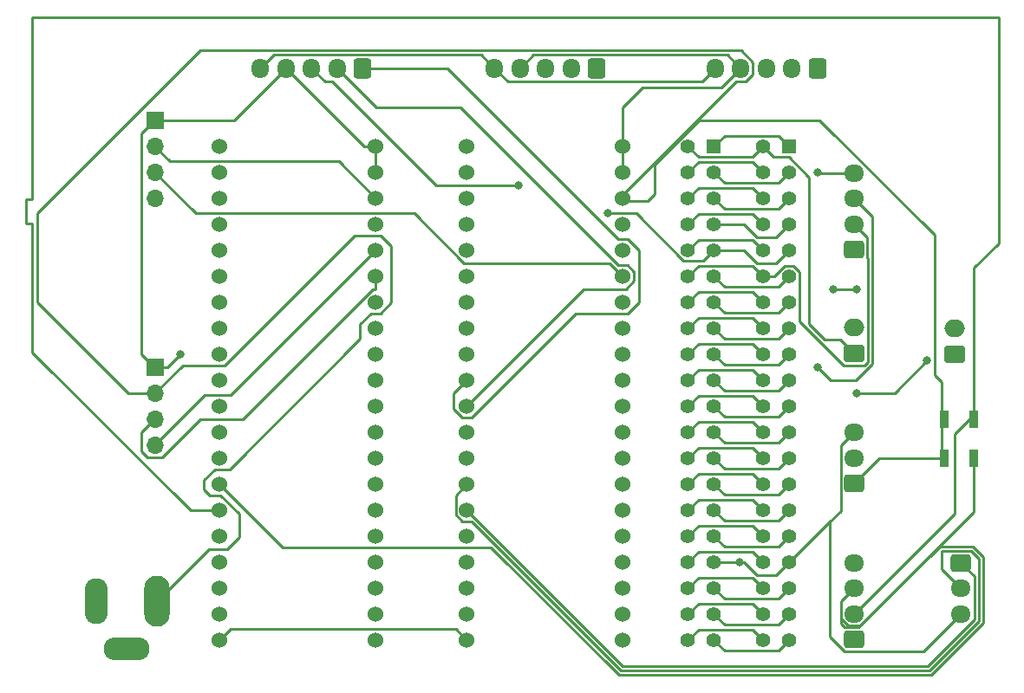
<source format=gbr>
%TF.GenerationSoftware,KiCad,Pcbnew,7.0.5*%
%TF.CreationDate,2023-12-19T10:50:23-08:00*%
%TF.ProjectId,Pi1_PiHat,5069315f-5069-4486-9174-2e6b69636164,rev?*%
%TF.SameCoordinates,Original*%
%TF.FileFunction,Copper,L1,Top*%
%TF.FilePolarity,Positive*%
%FSLAX46Y46*%
G04 Gerber Fmt 4.6, Leading zero omitted, Abs format (unit mm)*
G04 Created by KiCad (PCBNEW 7.0.5) date 2023-12-19 10:50:23*
%MOMM*%
%LPD*%
G01*
G04 APERTURE LIST*
G04 Aperture macros list*
%AMRoundRect*
0 Rectangle with rounded corners*
0 $1 Rounding radius*
0 $2 $3 $4 $5 $6 $7 $8 $9 X,Y pos of 4 corners*
0 Add a 4 corners polygon primitive as box body*
4,1,4,$2,$3,$4,$5,$6,$7,$8,$9,$2,$3,0*
0 Add four circle primitives for the rounded corners*
1,1,$1+$1,$2,$3*
1,1,$1+$1,$4,$5*
1,1,$1+$1,$6,$7*
1,1,$1+$1,$8,$9*
0 Add four rect primitives between the rounded corners*
20,1,$1+$1,$2,$3,$4,$5,0*
20,1,$1+$1,$4,$5,$6,$7,0*
20,1,$1+$1,$6,$7,$8,$9,0*
20,1,$1+$1,$8,$9,$2,$3,0*%
G04 Aperture macros list end*
%TA.AperFunction,ComponentPad*%
%ADD10RoundRect,0.250000X0.725000X-0.600000X0.725000X0.600000X-0.725000X0.600000X-0.725000X-0.600000X0*%
%TD*%
%TA.AperFunction,ComponentPad*%
%ADD11O,1.950000X1.700000*%
%TD*%
%TA.AperFunction,ComponentPad*%
%ADD12C,1.398000*%
%TD*%
%TA.AperFunction,ComponentPad*%
%ADD13R,1.398000X1.398000*%
%TD*%
%TA.AperFunction,SMDPad,CuDef*%
%ADD14R,0.970000X1.730000*%
%TD*%
%TA.AperFunction,ComponentPad*%
%ADD15R,1.700000X1.700000*%
%TD*%
%TA.AperFunction,ComponentPad*%
%ADD16O,1.700000X1.700000*%
%TD*%
%TA.AperFunction,ComponentPad*%
%ADD17RoundRect,0.250000X0.750000X-0.600000X0.750000X0.600000X-0.750000X0.600000X-0.750000X-0.600000X0*%
%TD*%
%TA.AperFunction,ComponentPad*%
%ADD18O,2.000000X1.700000*%
%TD*%
%TA.AperFunction,ComponentPad*%
%ADD19RoundRect,0.250000X0.600000X0.725000X-0.600000X0.725000X-0.600000X-0.725000X0.600000X-0.725000X0*%
%TD*%
%TA.AperFunction,ComponentPad*%
%ADD20O,1.700000X1.950000*%
%TD*%
%TA.AperFunction,ComponentPad*%
%ADD21RoundRect,0.250000X-0.725000X0.600000X-0.725000X-0.600000X0.725000X-0.600000X0.725000X0.600000X0*%
%TD*%
%TA.AperFunction,ComponentPad*%
%ADD22C,1.524000*%
%TD*%
%TA.AperFunction,ComponentPad*%
%ADD23O,2.500000X5.000000*%
%TD*%
%TA.AperFunction,ComponentPad*%
%ADD24O,2.250000X4.500000*%
%TD*%
%TA.AperFunction,ComponentPad*%
%ADD25O,4.500000X2.250000*%
%TD*%
%TA.AperFunction,ViaPad*%
%ADD26C,0.800000*%
%TD*%
%TA.AperFunction,Conductor*%
%ADD27C,0.250000*%
%TD*%
G04 APERTURE END LIST*
D10*
%TO.P,AS5600JST1,1,Pin_1*%
%TO.N,Net-(AS5600JST1-Pin_1)*%
X191470000Y-119320000D03*
D11*
%TO.P,AS5600JST1,2,Pin_2*%
%TO.N,unconnected-(AS5600JST1-Pin_2-Pad2)*%
X191470000Y-116820000D03*
%TO.P,AS5600JST1,3,Pin_3*%
%TO.N,Net-(AS5600JST1-Pin_3)*%
X191470000Y-114320000D03*
%TD*%
D12*
%TO.P,J1,1,Pin_1*%
%TO.N,Net-(J1-Pin_1)*%
X182615000Y-86360000D03*
D13*
%TO.P,J1,2,Pin_2*%
%TO.N,Net-(J1-Pin_2)*%
X185155000Y-86360000D03*
D12*
%TO.P,J1,3,Pin_3*%
%TO.N,Net-(J1-Pin_3)*%
X182615000Y-88900000D03*
%TO.P,J1,4,Pin_4*%
%TO.N,Net-(J1-Pin_4)*%
X185155000Y-88900000D03*
%TO.P,J1,5,Pin_5*%
%TO.N,Net-(J1-Pin_5)*%
X182615000Y-91440000D03*
%TO.P,J1,6,Pin_6*%
%TO.N,Net-(J1-Pin_6)*%
X185155000Y-91440000D03*
%TO.P,J1,7,Pin_7*%
%TO.N,Net-(J1-Pin_7)*%
X182615000Y-93980000D03*
%TO.P,J1,8,Pin_8*%
%TO.N,Net-(J1-Pin_8)*%
X185155000Y-93980000D03*
%TO.P,J1,9,Pin_9*%
%TO.N,Net-(J1-Pin_9)*%
X182615000Y-96520000D03*
%TO.P,J1,10,Pin_10*%
%TO.N,Net-(J1-Pin_10)*%
X185155000Y-96520000D03*
%TO.P,J1,11,Pin_11*%
%TO.N,Net-(J1-Pin_11)*%
X182615000Y-99060000D03*
%TO.P,J1,12,Pin_12*%
%TO.N,Net-(J1-Pin_12)*%
X185155000Y-99060000D03*
%TO.P,J1,13,Pin_13*%
%TO.N,Net-(J1-Pin_13)*%
X182615000Y-101600000D03*
%TO.P,J1,14,Pin_14*%
%TO.N,Net-(J1-Pin_14)*%
X185155000Y-101600000D03*
%TO.P,J1,15,Pin_15*%
%TO.N,Net-(J1-Pin_15)*%
X182615000Y-104140000D03*
%TO.P,J1,16,Pin_16*%
%TO.N,Net-(J1-Pin_16)*%
X185155000Y-104140000D03*
%TO.P,J1,17,Pin_17*%
%TO.N,Net-(J1-Pin_17)*%
X182615000Y-106680000D03*
%TO.P,J1,18,Pin_18*%
%TO.N,Net-(J1-Pin_18)*%
X185155000Y-106680000D03*
%TO.P,J1,19,Pin_19*%
%TO.N,Net-(J1-Pin_19)*%
X182615000Y-109220000D03*
%TO.P,J1,20,Pin_20*%
%TO.N,Net-(J1-Pin_20)*%
X185155000Y-109220000D03*
%TO.P,J1,21,Pin_21*%
%TO.N,Net-(J1-Pin_21)*%
X182615000Y-111760000D03*
%TO.P,J1,22,Pin_22*%
%TO.N,Net-(J1-Pin_22)*%
X185155000Y-111760000D03*
%TO.P,J1,23,Pin_23*%
%TO.N,Net-(J1-Pin_23)*%
X182615000Y-114300000D03*
%TO.P,J1,24,Pin_24*%
%TO.N,Net-(J1-Pin_24)*%
X185155000Y-114300000D03*
%TO.P,J1,25,Pin_25*%
%TO.N,Net-(J1-Pin_25)*%
X182615000Y-116840000D03*
%TO.P,J1,26,Pin_26*%
%TO.N,Net-(J1-Pin_26)*%
X185155000Y-116840000D03*
%TO.P,J1,27,Pin_27*%
%TO.N,Net-(J1-Pin_27)*%
X182615000Y-119380000D03*
%TO.P,J1,28,Pin_28*%
%TO.N,Net-(J1-Pin_28)*%
X185155000Y-119380000D03*
%TO.P,J1,29,Pin_29*%
%TO.N,Net-(J1-Pin_29)*%
X182615000Y-121920000D03*
%TO.P,J1,30,Pin_30*%
%TO.N,Net-(J1-Pin_30)*%
X185155000Y-121920000D03*
%TO.P,J1,31,Pin_31*%
%TO.N,Net-(J1-Pin_31)*%
X182615000Y-124460000D03*
%TO.P,J1,32,Pin_32*%
%TO.N,Net-(J1-Pin_32)*%
X185155000Y-124460000D03*
%TO.P,J1,33,Pin_33*%
%TO.N,Net-(J1-Pin_33)*%
X182615000Y-127000000D03*
%TO.P,J1,34,Pin_34*%
%TO.N,Net-(AS5600JST1-Pin_3)*%
X185155000Y-127000000D03*
%TO.P,J1,35,Pin_35*%
%TO.N,Net-(J1-Pin_35)*%
X182615000Y-129540000D03*
%TO.P,J1,36,Pin_36*%
%TO.N,Net-(J1-Pin_36)*%
X185155000Y-129540000D03*
%TO.P,J1,37,Pin_37*%
%TO.N,Net-(J1-Pin_37)*%
X182615000Y-132080000D03*
%TO.P,J1,38,Pin_38*%
%TO.N,Net-(J1-Pin_38)*%
X185155000Y-132080000D03*
%TO.P,J1,39,Pin_39*%
%TO.N,Net-(J1-Pin_39)*%
X182615000Y-134620000D03*
%TO.P,J1,40,Pin_40*%
%TO.N,Net-(J1-Pin_40)*%
X185155000Y-134620000D03*
%TD*%
D14*
%TO.P,SDA_Pull_Up1,1*%
%TO.N,Net-(AS5600JST1-Pin_1)*%
X200240000Y-116840000D03*
%TO.P,SDA_Pull_Up1,2*%
%TO.N,Net-(AS5600JST2-Pin_3)*%
X203200000Y-116840000D03*
%TD*%
D10*
%TO.P,ULTRASONIC1,1,Pin_1*%
%TO.N,Net-(J1-Pin_2)*%
X191470000Y-96460000D03*
D11*
%TO.P,ULTRASONIC1,2,Pin_2*%
%TO.N,Net-(J1-Pin_11)*%
X191470000Y-93960000D03*
%TO.P,ULTRASONIC1,3,Pin_3*%
%TO.N,Net-(J1-Pin_13)*%
X191470000Y-91460000D03*
%TO.P,ULTRASONIC1,4,Pin_4*%
%TO.N,Net-(J1-Pin_39)*%
X191470000Y-88960000D03*
%TD*%
D15*
%TO.P,MOTOR_BP_DISPLAY1,1,Pin_1*%
%TO.N,Net-(AS5600JST1-Pin_3)*%
X123215000Y-83830000D03*
D16*
%TO.P,MOTOR_BP_DISPLAY1,2,Pin_2*%
%TO.N,Net-(AS5600JST1-Pin_1)*%
X123215000Y-86370000D03*
%TO.P,MOTOR_BP_DISPLAY1,3,Pin_3*%
%TO.N,Net-(MOTOR_BP_DISPLAY1-Pin_3)*%
X123215000Y-88910000D03*
%TO.P,MOTOR_BP_DISPLAY1,4,Pin_4*%
%TO.N,Net-(MOTOR_BP_DISPLAY1-Pin_4)*%
X123215000Y-91450000D03*
%TD*%
D17*
%TO.P,LimitSwitch1,1,Pin_1*%
%TO.N,Net-(J1-Pin_1)*%
X191470000Y-106580000D03*
D18*
%TO.P,LimitSwitch1,2,Pin_2*%
%TO.N,Net-(J1-Pin_15)*%
X191470000Y-104080000D03*
%TD*%
D15*
%TO.P,AS5600REC_BP_Display1,1,Pin_1*%
%TO.N,Net-(AS5600JST1-Pin_3)*%
X123215000Y-107950000D03*
D16*
%TO.P,AS5600REC_BP_Display1,2,Pin_2*%
%TO.N,Net-(AS5600JST1-Pin_1)*%
X123215000Y-110490000D03*
%TO.P,AS5600REC_BP_Display1,3,Pin_3*%
%TO.N,Net-(AS5600REC_BP_Display1-Pin_3)*%
X123215000Y-113030000D03*
%TO.P,AS5600REC_BP_Display1,4,Pin_4*%
%TO.N,Net-(AS5600REC_BP_Display1-Pin_4)*%
X123215000Y-115570000D03*
%TD*%
D12*
%TO.P,J2,1,Pin_1*%
%TO.N,Net-(J1-Pin_1)*%
X175260000Y-86360000D03*
D13*
%TO.P,J2,2,Pin_2*%
%TO.N,Net-(J1-Pin_2)*%
X177800000Y-86360000D03*
D12*
%TO.P,J2,3,Pin_3*%
%TO.N,Net-(J1-Pin_3)*%
X175260000Y-88900000D03*
%TO.P,J2,4,Pin_4*%
%TO.N,Net-(J1-Pin_4)*%
X177800000Y-88900000D03*
%TO.P,J2,5,Pin_5*%
%TO.N,Net-(J1-Pin_5)*%
X175260000Y-91440000D03*
%TO.P,J2,6,Pin_6*%
%TO.N,Net-(J1-Pin_6)*%
X177800000Y-91440000D03*
%TO.P,J2,7,Pin_7*%
%TO.N,Net-(J1-Pin_7)*%
X175260000Y-93980000D03*
%TO.P,J2,8,Pin_8*%
%TO.N,Net-(J1-Pin_8)*%
X177800000Y-93980000D03*
%TO.P,J2,9,Pin_9*%
%TO.N,Net-(J1-Pin_9)*%
X175260000Y-96520000D03*
%TO.P,J2,10,Pin_10*%
%TO.N,Net-(J1-Pin_10)*%
X177800000Y-96520000D03*
%TO.P,J2,11,Pin_11*%
%TO.N,Net-(J1-Pin_11)*%
X175260000Y-99060000D03*
%TO.P,J2,12,Pin_12*%
%TO.N,Net-(J1-Pin_12)*%
X177800000Y-99060000D03*
%TO.P,J2,13,Pin_13*%
%TO.N,Net-(J1-Pin_13)*%
X175260000Y-101600000D03*
%TO.P,J2,14,Pin_14*%
%TO.N,Net-(J1-Pin_14)*%
X177800000Y-101600000D03*
%TO.P,J2,15,Pin_15*%
%TO.N,Net-(J1-Pin_15)*%
X175260000Y-104140000D03*
%TO.P,J2,16,Pin_16*%
%TO.N,Net-(J1-Pin_16)*%
X177800000Y-104140000D03*
%TO.P,J2,17,Pin_17*%
%TO.N,Net-(J1-Pin_17)*%
X175260000Y-106680000D03*
%TO.P,J2,18,Pin_18*%
%TO.N,Net-(J1-Pin_18)*%
X177800000Y-106680000D03*
%TO.P,J2,19,Pin_19*%
%TO.N,Net-(J1-Pin_19)*%
X175260000Y-109220000D03*
%TO.P,J2,20,Pin_20*%
%TO.N,Net-(J1-Pin_20)*%
X177800000Y-109220000D03*
%TO.P,J2,21,Pin_21*%
%TO.N,Net-(J1-Pin_21)*%
X175260000Y-111760000D03*
%TO.P,J2,22,Pin_22*%
%TO.N,Net-(J1-Pin_22)*%
X177800000Y-111760000D03*
%TO.P,J2,23,Pin_23*%
%TO.N,Net-(J1-Pin_23)*%
X175260000Y-114300000D03*
%TO.P,J2,24,Pin_24*%
%TO.N,Net-(J1-Pin_24)*%
X177800000Y-114300000D03*
%TO.P,J2,25,Pin_25*%
%TO.N,Net-(J1-Pin_25)*%
X175260000Y-116840000D03*
%TO.P,J2,26,Pin_26*%
%TO.N,Net-(J1-Pin_26)*%
X177800000Y-116840000D03*
%TO.P,J2,27,Pin_27*%
%TO.N,Net-(J1-Pin_27)*%
X175260000Y-119380000D03*
%TO.P,J2,28,Pin_28*%
%TO.N,Net-(J1-Pin_28)*%
X177800000Y-119380000D03*
%TO.P,J2,29,Pin_29*%
%TO.N,Net-(J1-Pin_29)*%
X175260000Y-121920000D03*
%TO.P,J2,30,Pin_30*%
%TO.N,Net-(J1-Pin_30)*%
X177800000Y-121920000D03*
%TO.P,J2,31,Pin_31*%
%TO.N,Net-(J1-Pin_31)*%
X175260000Y-124460000D03*
%TO.P,J2,32,Pin_32*%
%TO.N,Net-(J1-Pin_32)*%
X177800000Y-124460000D03*
%TO.P,J2,33,Pin_33*%
%TO.N,Net-(J1-Pin_33)*%
X175260000Y-127000000D03*
%TO.P,J2,34,Pin_34*%
%TO.N,Net-(AS5600JST1-Pin_3)*%
X177800000Y-127000000D03*
%TO.P,J2,35,Pin_35*%
%TO.N,Net-(J1-Pin_35)*%
X175260000Y-129540000D03*
%TO.P,J2,36,Pin_36*%
%TO.N,Net-(J1-Pin_36)*%
X177800000Y-129540000D03*
%TO.P,J2,37,Pin_37*%
%TO.N,Net-(J1-Pin_37)*%
X175260000Y-132080000D03*
%TO.P,J2,38,Pin_38*%
%TO.N,Net-(J1-Pin_38)*%
X177800000Y-132080000D03*
%TO.P,J2,39,Pin_39*%
%TO.N,Net-(J1-Pin_39)*%
X175260000Y-134620000D03*
%TO.P,J2,40,Pin_40*%
%TO.N,Net-(J1-Pin_40)*%
X177800000Y-134620000D03*
%TD*%
D19*
%TO.P,Pi3,1,Pin_1*%
%TO.N,Net-(Pi3-Pin_1)*%
X187920000Y-78740000D03*
D20*
%TO.P,Pi3,2,Pin_2*%
%TO.N,Net-(Pi3-Pin_2)*%
X185420000Y-78740000D03*
%TO.P,Pi3,3,Pin_3*%
%TO.N,Net-(J1-Pin_10)*%
X182920000Y-78740000D03*
%TO.P,Pi3,4,Pin_4*%
%TO.N,Net-(AS5600JST1-Pin_3)*%
X180420000Y-78740000D03*
%TO.P,Pi3,5,Pin_5*%
%TO.N,Net-(J1-Pin_15)*%
X177920000Y-78740000D03*
%TD*%
D21*
%TO.P,BP_TO_MOTOR1,1,Pin_1*%
%TO.N,Net-(BP_TO_MOTOR1-Pin_1)*%
X201930000Y-127080000D03*
D11*
%TO.P,BP_TO_MOTOR1,2,Pin_2*%
%TO.N,Net-(BP_TO_MOTOR1-Pin_2)*%
X201930000Y-129580000D03*
%TO.P,BP_TO_MOTOR1,3,Pin_3*%
%TO.N,Net-(AS5600JST1-Pin_3)*%
X201930000Y-132080000D03*
%TD*%
D19*
%TO.P,Pi4,1,Pin_1*%
%TO.N,Net-(Pi4-Pin_1)*%
X143510000Y-78740000D03*
D20*
%TO.P,Pi4,2,Pin_2*%
%TO.N,Net-(Pi4-Pin_2)*%
X141010000Y-78740000D03*
%TO.P,Pi4,3,Pin_3*%
%TO.N,Net-(J1-Pin_10)*%
X138510000Y-78740000D03*
%TO.P,Pi4,4,Pin_4*%
%TO.N,Net-(AS5600JST1-Pin_3)*%
X136010000Y-78740000D03*
%TO.P,Pi4,5,Pin_5*%
%TO.N,Net-(J1-Pin_15)*%
X133510000Y-78740000D03*
%TD*%
D22*
%TO.P,AS5600REC_BP1,3V3,3.3V*%
%TO.N,Net-(AS5600JST1-Pin_1)*%
X129540000Y-134620000D03*
X144780000Y-91440000D03*
%TO.P,AS5600REC_BP1,5V,5V*%
%TO.N,unconnected-(AS5600REC_BP1-Pad5V)*%
X129540000Y-129540000D03*
%TO.P,AS5600REC_BP1,GND,GND*%
%TO.N,Net-(AS5600JST1-Pin_3)*%
X129540000Y-132080000D03*
X144780000Y-86360000D03*
X144780000Y-88900000D03*
%TO.P,AS5600REC_BP1,NRST,RESET*%
%TO.N,unconnected-(AS5600REC_BP1-RESET-PadNRST)*%
X144780000Y-93980000D03*
%TO.P,AS5600REC_BP1,PA0,PA0*%
%TO.N,unconnected-(AS5600REC_BP1-PadPA0)*%
X144780000Y-124460000D03*
%TO.P,AS5600REC_BP1,PA1,20*%
%TO.N,unconnected-(AS5600REC_BP1-20-PadPA1)*%
X144780000Y-121920000D03*
%TO.P,AS5600REC_BP1,PA2,PA2*%
%TO.N,unconnected-(AS5600REC_BP1-PadPA2)*%
X144780000Y-119380000D03*
%TO.P,AS5600REC_BP1,PA3,PA3*%
%TO.N,unconnected-(AS5600REC_BP1-PadPA3)*%
X144780000Y-116840000D03*
%TO.P,AS5600REC_BP1,PA4,PA4*%
%TO.N,unconnected-(AS5600REC_BP1-PadPA4)*%
X144780000Y-114300000D03*
%TO.P,AS5600REC_BP1,PA5,PA5*%
%TO.N,unconnected-(AS5600REC_BP1-PadPA5)*%
X144780000Y-111760000D03*
%TO.P,AS5600REC_BP1,PA6,PA6*%
%TO.N,unconnected-(AS5600REC_BP1-PadPA6)*%
X144780000Y-109220000D03*
%TO.P,AS5600REC_BP1,PA7,PA7*%
%TO.N,unconnected-(AS5600REC_BP1-PadPA7)*%
X144780000Y-106680000D03*
%TO.P,AS5600REC_BP1,PA8,PA8*%
%TO.N,unconnected-(AS5600REC_BP1-PadPA8)*%
X129540000Y-96520000D03*
%TO.P,AS5600REC_BP1,PA9,PA9*%
%TO.N,Net-(J1-Pin_10)*%
X129540000Y-99060000D03*
%TO.P,AS5600REC_BP1,PA10,PA10*%
%TO.N,unconnected-(AS5600REC_BP1-PadPA10)*%
X129540000Y-101600000D03*
%TO.P,AS5600REC_BP1,PA11,PA11*%
%TO.N,unconnected-(AS5600REC_BP1-PadPA11)*%
X129540000Y-104140000D03*
%TO.P,AS5600REC_BP1,PA12,PA12*%
%TO.N,unconnected-(AS5600REC_BP1-PadPA12)*%
X129540000Y-106680000D03*
%TO.P,AS5600REC_BP1,PA15,PA15*%
%TO.N,unconnected-(AS5600REC_BP1-PadPA15)*%
X129540000Y-109220000D03*
%TO.P,AS5600REC_BP1,PB0,PB0*%
%TO.N,unconnected-(AS5600REC_BP1-PadPB0)*%
X144780000Y-104140000D03*
%TO.P,AS5600REC_BP1,PB1,PB1*%
%TO.N,unconnected-(AS5600REC_BP1-PadPB1)*%
X144780000Y-101600000D03*
%TO.P,AS5600REC_BP1,PB3,PB3*%
%TO.N,unconnected-(AS5600REC_BP1-PadPB3)*%
X129540000Y-111760000D03*
%TO.P,AS5600REC_BP1,PB4,PB4*%
%TO.N,unconnected-(AS5600REC_BP1-PadPB4)*%
X129540000Y-114300000D03*
%TO.P,AS5600REC_BP1,PB5,PB5*%
%TO.N,unconnected-(AS5600REC_BP1-PadPB5)*%
X129540000Y-116840000D03*
%TO.P,AS5600REC_BP1,PB6,PB6*%
%TO.N,Net-(AS5600JST2-Pin_3)*%
X129540000Y-119380000D03*
%TO.P,AS5600REC_BP1,PB7,PB7*%
%TO.N,Net-(AS5600JST2-Pin_2)*%
X129540000Y-121920000D03*
%TO.P,AS5600REC_BP1,PB8,PB8*%
%TO.N,unconnected-(AS5600REC_BP1-PadPB8)*%
X129540000Y-124460000D03*
%TO.P,AS5600REC_BP1,PB9,PB9*%
%TO.N,unconnected-(AS5600REC_BP1-PadPB9)*%
X129540000Y-127000000D03*
%TO.P,AS5600REC_BP1,PB10,PB10*%
%TO.N,Net-(AS5600REC_BP_Display1-Pin_3)*%
X144780000Y-99060000D03*
%TO.P,AS5600REC_BP1,PB11,PB11*%
%TO.N,Net-(AS5600REC_BP_Display1-Pin_4)*%
X144780000Y-96520000D03*
%TO.P,AS5600REC_BP1,PB12,PB12*%
%TO.N,unconnected-(AS5600REC_BP1-PadPB12)*%
X129540000Y-86360000D03*
%TO.P,AS5600REC_BP1,PB13,PB13*%
%TO.N,unconnected-(AS5600REC_BP1-PadPB13)*%
X129540000Y-88900000D03*
%TO.P,AS5600REC_BP1,PB14,PB14*%
%TO.N,unconnected-(AS5600REC_BP1-PadPB14)*%
X129540000Y-91440000D03*
%TO.P,AS5600REC_BP1,PB15,PB15*%
%TO.N,unconnected-(AS5600REC_BP1-PadPB15)*%
X129540000Y-93980000D03*
%TO.P,AS5600REC_BP1,PC13,PC13*%
%TO.N,unconnected-(AS5600REC_BP1-PadPC13)*%
X144780000Y-132080000D03*
%TO.P,AS5600REC_BP1,PC14,PC14*%
%TO.N,unconnected-(AS5600REC_BP1-PadPC14)*%
X144780000Y-129540000D03*
%TO.P,AS5600REC_BP1,PC15,PC15*%
%TO.N,unconnected-(AS5600REC_BP1-PadPC15)*%
X144780000Y-127000000D03*
%TO.P,AS5600REC_BP1,VBAT,Vbat*%
%TO.N,unconnected-(AS5600REC_BP1-Vbat-PadVBAT)*%
X144780000Y-134620000D03*
%TD*%
D14*
%TO.P,SCL_Pull_Up1,1*%
%TO.N,Net-(AS5600JST1-Pin_1)*%
X200240000Y-113030000D03*
%TO.P,SCL_Pull_Up1,2*%
%TO.N,Net-(AS5600JST2-Pin_2)*%
X203200000Y-113030000D03*
%TD*%
D17*
%TO.P,LimitSwitch2,1,Pin_1*%
%TO.N,Net-(J1-Pin_1)*%
X201295000Y-106680000D03*
D18*
%TO.P,LimitSwitch2,2,Pin_2*%
%TO.N,Net-(J1-Pin_15)*%
X201295000Y-104180000D03*
%TD*%
D23*
%TO.P,BP_POWER1,1*%
%TO.N,Net-(AS5600JST1-Pin_1)*%
X123444000Y-130810000D03*
D24*
%TO.P,BP_POWER1,2*%
%TO.N,Net-(AS5600JST1-Pin_3)*%
X117444000Y-130810000D03*
D25*
%TO.P,BP_POWER1,3*%
%TO.N,unconnected-(BP_POWER1-Pad3)*%
X120444000Y-135510000D03*
%TD*%
D22*
%TO.P,MOTOR_BP1,3V3,3.3V*%
%TO.N,Net-(AS5600JST1-Pin_1)*%
X153670000Y-134620000D03*
X168910000Y-91440000D03*
%TO.P,MOTOR_BP1,5V,5V*%
%TO.N,unconnected-(MOTOR_BP1-Pad5V)*%
X153670000Y-129540000D03*
%TO.P,MOTOR_BP1,GND,GND*%
%TO.N,Net-(AS5600JST1-Pin_3)*%
X153670000Y-132080000D03*
X168910000Y-86360000D03*
X168910000Y-88900000D03*
%TO.P,MOTOR_BP1,NRST,RESET*%
%TO.N,unconnected-(MOTOR_BP1-RESET-PadNRST)*%
X168910000Y-93980000D03*
%TO.P,MOTOR_BP1,PA0,PA0*%
%TO.N,unconnected-(MOTOR_BP1-PadPA0)*%
X168910000Y-124460000D03*
%TO.P,MOTOR_BP1,PA1,20*%
%TO.N,unconnected-(MOTOR_BP1-20-PadPA1)*%
X168910000Y-121920000D03*
%TO.P,MOTOR_BP1,PA2,PA2*%
%TO.N,unconnected-(MOTOR_BP1-PadPA2)*%
X168910000Y-119380000D03*
%TO.P,MOTOR_BP1,PA3,PA3*%
%TO.N,unconnected-(MOTOR_BP1-PadPA3)*%
X168910000Y-116840000D03*
%TO.P,MOTOR_BP1,PA4,PA4*%
%TO.N,unconnected-(MOTOR_BP1-PadPA4)*%
X168910000Y-114300000D03*
%TO.P,MOTOR_BP1,PA5,PA5*%
%TO.N,unconnected-(MOTOR_BP1-PadPA5)*%
X168910000Y-111760000D03*
%TO.P,MOTOR_BP1,PA6,PA6*%
%TO.N,unconnected-(MOTOR_BP1-PadPA6)*%
X168910000Y-109220000D03*
%TO.P,MOTOR_BP1,PA7,PA7*%
%TO.N,unconnected-(MOTOR_BP1-PadPA7)*%
X168910000Y-106680000D03*
%TO.P,MOTOR_BP1,PA8,PA8*%
%TO.N,Net-(Pi2-Pin_1)*%
X153670000Y-96520000D03*
%TO.P,MOTOR_BP1,PA9,PA9*%
%TO.N,unconnected-(MOTOR_BP1-PadPA9)*%
X153670000Y-99060000D03*
%TO.P,MOTOR_BP1,PA10,PA10*%
%TO.N,Net-(Pi3-Pin_1)*%
X153670000Y-101600000D03*
%TO.P,MOTOR_BP1,PA11,PA11*%
%TO.N,Net-(Pi3-Pin_2)*%
X153670000Y-104140000D03*
%TO.P,MOTOR_BP1,PA12,PA12*%
%TO.N,unconnected-(MOTOR_BP1-PadPA12)*%
X153670000Y-106680000D03*
%TO.P,MOTOR_BP1,PA15,PA15*%
%TO.N,Net-(Pi4-Pin_1)*%
X153670000Y-109220000D03*
%TO.P,MOTOR_BP1,PB0,PB0*%
%TO.N,unconnected-(MOTOR_BP1-PadPB0)*%
X168910000Y-104140000D03*
%TO.P,MOTOR_BP1,PB1,PB1*%
%TO.N,unconnected-(MOTOR_BP1-PadPB1)*%
X168910000Y-101600000D03*
%TO.P,MOTOR_BP1,PB3,PB3*%
%TO.N,Net-(Pi4-Pin_2)*%
X153670000Y-111760000D03*
%TO.P,MOTOR_BP1,PB4,PB4*%
%TO.N,unconnected-(MOTOR_BP1-PadPB4)*%
X153670000Y-114300000D03*
%TO.P,MOTOR_BP1,PB5,PB5*%
%TO.N,unconnected-(MOTOR_BP1-PadPB5)*%
X153670000Y-116840000D03*
%TO.P,MOTOR_BP1,PB6,PB6*%
%TO.N,Net-(BP_TO_MOTOR1-Pin_2)*%
X153670000Y-119380000D03*
%TO.P,MOTOR_BP1,PB7,PB7*%
%TO.N,Net-(BP_TO_MOTOR1-Pin_1)*%
X153670000Y-121920000D03*
%TO.P,MOTOR_BP1,PB8,PB8*%
%TO.N,unconnected-(MOTOR_BP1-PadPB8)*%
X153670000Y-124460000D03*
%TO.P,MOTOR_BP1,PB9,PB9*%
%TO.N,unconnected-(MOTOR_BP1-PadPB9)*%
X153670000Y-127000000D03*
%TO.P,MOTOR_BP1,PB10,PB10*%
%TO.N,Net-(MOTOR_BP_DISPLAY1-Pin_3)*%
X168910000Y-99060000D03*
%TO.P,MOTOR_BP1,PB11,PB11*%
%TO.N,Net-(MOTOR_BP_DISPLAY1-Pin_4)*%
X168910000Y-96520000D03*
%TO.P,MOTOR_BP1,PB12,PB12*%
%TO.N,Net-(J1-Pin_32)*%
X153670000Y-86360000D03*
%TO.P,MOTOR_BP1,PB13,PB13*%
%TO.N,Net-(J1-Pin_36)*%
X153670000Y-88900000D03*
%TO.P,MOTOR_BP1,PB14,PB14*%
%TO.N,unconnected-(MOTOR_BP1-PadPB14)*%
X153670000Y-91440000D03*
%TO.P,MOTOR_BP1,PB15,PB15*%
%TO.N,Net-(Pi2-Pin_2)*%
X153670000Y-93980000D03*
%TO.P,MOTOR_BP1,PC13,PC13*%
%TO.N,unconnected-(MOTOR_BP1-PadPC13)*%
X168910000Y-132080000D03*
%TO.P,MOTOR_BP1,PC14,PC14*%
%TO.N,unconnected-(MOTOR_BP1-PadPC14)*%
X168910000Y-129540000D03*
%TO.P,MOTOR_BP1,PC15,PC15*%
%TO.N,unconnected-(MOTOR_BP1-PadPC15)*%
X168910000Y-127000000D03*
%TO.P,MOTOR_BP1,VBAT,Vbat*%
%TO.N,unconnected-(MOTOR_BP1-Vbat-PadVBAT)*%
X168910000Y-134620000D03*
%TD*%
D19*
%TO.P,Pi2,1,Pin_1*%
%TO.N,Net-(Pi2-Pin_1)*%
X166370000Y-78740000D03*
D20*
%TO.P,Pi2,2,Pin_2*%
%TO.N,Net-(Pi2-Pin_2)*%
X163870000Y-78740000D03*
%TO.P,Pi2,3,Pin_3*%
%TO.N,Net-(J1-Pin_10)*%
X161370000Y-78740000D03*
%TO.P,Pi2,4,Pin_4*%
%TO.N,Net-(AS5600JST1-Pin_3)*%
X158870000Y-78740000D03*
%TO.P,Pi2,5,Pin_5*%
%TO.N,Net-(J1-Pin_15)*%
X156370000Y-78740000D03*
%TD*%
D10*
%TO.P,AS5600JST2,1,Pin_1*%
%TO.N,unconnected-(AS5600JST2-Pin_1-Pad1)*%
X191470000Y-134560000D03*
D11*
%TO.P,AS5600JST2,2,Pin_2*%
%TO.N,Net-(AS5600JST2-Pin_2)*%
X191470000Y-132060000D03*
%TO.P,AS5600JST2,3,Pin_3*%
%TO.N,Net-(AS5600JST2-Pin_3)*%
X191470000Y-129560000D03*
%TO.P,AS5600JST2,4,Pin_4*%
%TO.N,unconnected-(AS5600JST2-Pin_4-Pad4)*%
X191470000Y-127060000D03*
%TD*%
D26*
%TO.N,Net-(J1-Pin_1)*%
X198610500Y-107315000D03*
X191770000Y-110490000D03*
%TO.N,Net-(J1-Pin_2)*%
X191770000Y-100330000D03*
X189409500Y-100330000D03*
%TO.N,Net-(J1-Pin_10)*%
X158750000Y-90170000D03*
X167446075Y-92903924D03*
%TO.N,Net-(J1-Pin_13)*%
X187960000Y-107950000D03*
%TO.N,Net-(J1-Pin_39)*%
X187960000Y-88900000D03*
%TO.N,Net-(AS5600JST1-Pin_3)*%
X180340000Y-127000000D03*
X125730000Y-106680000D03*
%TD*%
D27*
%TO.N,Net-(J1-Pin_1)*%
X195435500Y-110490000D02*
X198610500Y-107315000D01*
X183639000Y-87384000D02*
X182615000Y-86360000D01*
X185087155Y-87384000D02*
X183639000Y-87384000D01*
X191770000Y-110490000D02*
X195435500Y-110490000D01*
X181591000Y-87384000D02*
X182615000Y-86360000D01*
X188618223Y-105255000D02*
X190145000Y-105255000D01*
X191470000Y-106580000D02*
X190145000Y-105255000D01*
X187096612Y-89393457D02*
X187096612Y-103733389D01*
X175260000Y-86360000D02*
X176284000Y-87384000D01*
X176284000Y-87384000D02*
X181591000Y-87384000D01*
X185087155Y-87384000D02*
X187096612Y-89393457D01*
X187096612Y-103733389D02*
X188618223Y-105255000D01*
%TO.N,Net-(J1-Pin_2)*%
X178824000Y-85336000D02*
X184131000Y-85336000D01*
X177800000Y-86360000D02*
X178824000Y-85336000D01*
X189409500Y-100330000D02*
X191770000Y-100330000D01*
X184131000Y-85336000D02*
X185155000Y-86360000D01*
%TO.N,Net-(J1-Pin_3)*%
X176284000Y-87876000D02*
X181591000Y-87876000D01*
X175260000Y-88900000D02*
X176284000Y-87876000D01*
X181591000Y-87876000D02*
X182615000Y-88900000D01*
%TO.N,Net-(J1-Pin_4)*%
X177800000Y-88900000D02*
X178824000Y-89924000D01*
X184131000Y-89924000D02*
X185155000Y-88900000D01*
X178824000Y-89924000D02*
X184131000Y-89924000D01*
%TO.N,Net-(J1-Pin_5)*%
X176284000Y-90416000D02*
X181591000Y-90416000D01*
X175260000Y-91440000D02*
X176284000Y-90416000D01*
X181591000Y-90416000D02*
X182615000Y-91440000D01*
%TO.N,Net-(J1-Pin_6)*%
X184131000Y-92464000D02*
X185155000Y-91440000D01*
X178824000Y-92464000D02*
X184131000Y-92464000D01*
X177800000Y-91440000D02*
X178824000Y-92464000D01*
%TO.N,Net-(J1-Pin_7)*%
X175260000Y-93980000D02*
X176284000Y-92956000D01*
X181591000Y-92956000D02*
X182615000Y-93980000D01*
X176284000Y-92956000D02*
X181591000Y-92956000D01*
%TO.N,Net-(J1-Pin_8)*%
X183885000Y-95250000D02*
X185155000Y-93980000D01*
X180711396Y-93980000D02*
X181981396Y-95250000D01*
X177800000Y-93980000D02*
X180711396Y-93980000D01*
X181981396Y-95250000D02*
X183885000Y-95250000D01*
%TO.N,Net-(J1-Pin_9)*%
X175260000Y-96520000D02*
X176284000Y-95496000D01*
X176284000Y-95496000D02*
X181591000Y-95496000D01*
X181591000Y-95496000D02*
X182615000Y-96520000D01*
%TO.N,Net-(J1-Pin_10)*%
X181981396Y-97790000D02*
X183885000Y-97790000D01*
X177800000Y-96520000D02*
X180711396Y-96520000D01*
X183885000Y-97790000D02*
X185155000Y-96520000D01*
X150653299Y-90170000D02*
X158750000Y-90170000D01*
X167446075Y-92903924D02*
X167456999Y-92893000D01*
X170184845Y-92893000D02*
X174835845Y-97544000D01*
X167456999Y-92893000D02*
X170184845Y-92893000D01*
X140523299Y-80040000D02*
X150653299Y-90170000D01*
X180711396Y-96520000D02*
X181981396Y-97790000D01*
X139810000Y-80040000D02*
X140523299Y-80040000D01*
X176776000Y-97544000D02*
X177800000Y-96520000D01*
X174835845Y-97544000D02*
X176776000Y-97544000D01*
X138510000Y-78740000D02*
X139810000Y-80040000D01*
%TO.N,Net-(J1-Pin_11)*%
X181591000Y-98036000D02*
X182615000Y-99060000D01*
X176284000Y-98036000D02*
X181591000Y-98036000D01*
X192770000Y-95260000D02*
X192770000Y-97298173D01*
X192795000Y-107418173D02*
X192458173Y-107755000D01*
X192795000Y-97323173D02*
X192795000Y-107418173D01*
X192458173Y-107755000D02*
X190481827Y-107755000D01*
X184730845Y-98036000D02*
X183706845Y-99060000D01*
X186179000Y-98635845D02*
X185579155Y-98036000D01*
X175260000Y-99060000D02*
X176284000Y-98036000D01*
X192770000Y-97298173D02*
X192795000Y-97323173D01*
X183706845Y-99060000D02*
X182615000Y-99060000D01*
X190481827Y-107755000D02*
X186179000Y-103452173D01*
X185579155Y-98036000D02*
X184730845Y-98036000D01*
X191470000Y-93960000D02*
X192770000Y-95260000D01*
X186179000Y-103452173D02*
X186179000Y-98635845D01*
%TO.N,Net-(J1-Pin_12)*%
X184131000Y-100084000D02*
X185155000Y-99060000D01*
X177800000Y-99060000D02*
X178824000Y-100084000D01*
X178824000Y-100084000D02*
X184131000Y-100084000D01*
%TO.N,Net-(J1-Pin_13)*%
X191470000Y-91460000D02*
X193245000Y-93235000D01*
X191629569Y-109220000D02*
X189230000Y-109220000D01*
X176284000Y-100576000D02*
X181591000Y-100576000D01*
X175260000Y-101600000D02*
X176284000Y-100576000D01*
X193245000Y-93235000D02*
X193245000Y-107604569D01*
X189230000Y-109220000D02*
X187960000Y-107950000D01*
X181591000Y-100576000D02*
X182615000Y-101600000D01*
X193245000Y-107604569D02*
X191629569Y-109220000D01*
%TO.N,Net-(J1-Pin_14)*%
X177800000Y-101600000D02*
X178824000Y-102624000D01*
X184131000Y-102624000D02*
X185155000Y-101600000D01*
X178824000Y-102624000D02*
X184131000Y-102624000D01*
%TO.N,Net-(J1-Pin_15)*%
X176284000Y-103116000D02*
X181591000Y-103116000D01*
X157670000Y-80040000D02*
X176620000Y-80040000D01*
X133510000Y-78740000D02*
X134810000Y-77440000D01*
X156370000Y-78740000D02*
X157670000Y-80040000D01*
X181591000Y-103116000D02*
X182615000Y-104140000D01*
X176620000Y-80040000D02*
X177920000Y-78740000D01*
X155070000Y-77440000D02*
X156370000Y-78740000D01*
X175260000Y-104140000D02*
X176284000Y-103116000D01*
X134810000Y-77440000D02*
X155070000Y-77440000D01*
%TO.N,Net-(J1-Pin_16)*%
X178824000Y-105164000D02*
X184131000Y-105164000D01*
X184131000Y-105164000D02*
X185155000Y-104140000D01*
X177800000Y-104140000D02*
X178824000Y-105164000D01*
%TO.N,Net-(J1-Pin_17)*%
X181591000Y-105656000D02*
X182615000Y-106680000D01*
X175260000Y-106680000D02*
X176284000Y-105656000D01*
X176284000Y-105656000D02*
X181591000Y-105656000D01*
%TO.N,Net-(J1-Pin_18)*%
X178824000Y-107704000D02*
X184131000Y-107704000D01*
X177800000Y-106680000D02*
X178824000Y-107704000D01*
X184131000Y-107704000D02*
X185155000Y-106680000D01*
%TO.N,Net-(J1-Pin_19)*%
X175260000Y-109220000D02*
X176284000Y-108196000D01*
X181591000Y-108196000D02*
X182615000Y-109220000D01*
X176284000Y-108196000D02*
X181591000Y-108196000D01*
%TO.N,Net-(J1-Pin_20)*%
X177800000Y-109220000D02*
X178824000Y-110244000D01*
X178824000Y-110244000D02*
X184131000Y-110244000D01*
X184131000Y-110244000D02*
X185155000Y-109220000D01*
%TO.N,Net-(J1-Pin_21)*%
X176284000Y-110736000D02*
X181591000Y-110736000D01*
X181591000Y-110736000D02*
X182615000Y-111760000D01*
X175260000Y-111760000D02*
X176284000Y-110736000D01*
%TO.N,Net-(J1-Pin_22)*%
X178824000Y-112784000D02*
X184131000Y-112784000D01*
X184131000Y-112784000D02*
X185155000Y-111760000D01*
X177800000Y-111760000D02*
X178824000Y-112784000D01*
%TO.N,Net-(J1-Pin_23)*%
X181591000Y-113276000D02*
X182615000Y-114300000D01*
X175260000Y-114300000D02*
X176284000Y-113276000D01*
X176284000Y-113276000D02*
X181591000Y-113276000D01*
%TO.N,Net-(J1-Pin_24)*%
X177800000Y-114300000D02*
X178824000Y-115324000D01*
X178824000Y-115324000D02*
X184131000Y-115324000D01*
X184131000Y-115324000D02*
X185155000Y-114300000D01*
%TO.N,Net-(J1-Pin_25)*%
X181591000Y-115816000D02*
X182615000Y-116840000D01*
X176284000Y-115816000D02*
X181591000Y-115816000D01*
X175260000Y-116840000D02*
X176284000Y-115816000D01*
%TO.N,Net-(J1-Pin_26)*%
X177800000Y-116840000D02*
X178824000Y-117864000D01*
X178824000Y-117864000D02*
X184131000Y-117864000D01*
X184131000Y-117864000D02*
X185155000Y-116840000D01*
%TO.N,Net-(J1-Pin_27)*%
X175260000Y-119380000D02*
X176284000Y-118356000D01*
X176284000Y-118356000D02*
X181591000Y-118356000D01*
X181591000Y-118356000D02*
X182615000Y-119380000D01*
%TO.N,Net-(J1-Pin_28)*%
X178824000Y-120404000D02*
X184131000Y-120404000D01*
X184131000Y-120404000D02*
X185155000Y-119380000D01*
X177800000Y-119380000D02*
X178824000Y-120404000D01*
%TO.N,Net-(J1-Pin_29)*%
X181591000Y-120896000D02*
X182615000Y-121920000D01*
X176284000Y-120896000D02*
X181591000Y-120896000D01*
X175260000Y-121920000D02*
X176284000Y-120896000D01*
%TO.N,Net-(J1-Pin_30)*%
X184131000Y-122944000D02*
X185155000Y-121920000D01*
X177800000Y-121920000D02*
X178824000Y-122944000D01*
X178824000Y-122944000D02*
X184131000Y-122944000D01*
%TO.N,Net-(J1-Pin_31)*%
X181591000Y-123436000D02*
X182615000Y-124460000D01*
X176284000Y-123436000D02*
X181591000Y-123436000D01*
X175260000Y-124460000D02*
X176284000Y-123436000D01*
%TO.N,Net-(J1-Pin_32)*%
X178824000Y-125484000D02*
X184131000Y-125484000D01*
X184131000Y-125484000D02*
X185155000Y-124460000D01*
X177800000Y-124460000D02*
X178824000Y-125484000D01*
%TO.N,Net-(J1-Pin_33)*%
X176284000Y-125976000D02*
X181591000Y-125976000D01*
X181591000Y-125976000D02*
X182615000Y-127000000D01*
X175260000Y-127000000D02*
X176284000Y-125976000D01*
%TO.N,Net-(J1-Pin_35)*%
X175260000Y-129540000D02*
X176284000Y-128516000D01*
X176284000Y-128516000D02*
X181591000Y-128516000D01*
X181591000Y-128516000D02*
X182615000Y-129540000D01*
%TO.N,Net-(J1-Pin_36)*%
X184131000Y-130564000D02*
X185155000Y-129540000D01*
X178824000Y-130564000D02*
X184131000Y-130564000D01*
X177800000Y-129540000D02*
X178824000Y-130564000D01*
%TO.N,Net-(J1-Pin_37)*%
X175260000Y-132080000D02*
X176284000Y-131056000D01*
X176284000Y-131056000D02*
X181591000Y-131056000D01*
X181591000Y-131056000D02*
X182615000Y-132080000D01*
%TO.N,Net-(J1-Pin_38)*%
X178824000Y-133104000D02*
X184131000Y-133104000D01*
X177800000Y-132080000D02*
X178824000Y-133104000D01*
X184131000Y-133104000D02*
X185155000Y-132080000D01*
%TO.N,Net-(J1-Pin_39)*%
X175260000Y-134620000D02*
X176284000Y-133596000D01*
X176284000Y-133596000D02*
X181591000Y-133596000D01*
X181591000Y-133596000D02*
X182615000Y-134620000D01*
X188020000Y-88960000D02*
X187960000Y-88900000D01*
X191470000Y-88960000D02*
X188020000Y-88960000D01*
%TO.N,Net-(J1-Pin_40)*%
X177800000Y-134620000D02*
X178824000Y-135644000D01*
X178824000Y-135644000D02*
X184131000Y-135644000D01*
X184131000Y-135644000D02*
X185155000Y-134620000D01*
%TO.N,Net-(AS5600JST1-Pin_1)*%
X181595000Y-79351701D02*
X180906701Y-80040000D01*
X176351845Y-83820000D02*
X171990000Y-88181845D01*
X171990000Y-91026701D02*
X171301701Y-91715000D01*
X188116701Y-83820000D02*
X176351845Y-83820000D01*
X180906701Y-80040000D02*
X179933299Y-80040000D01*
X120650000Y-110490000D02*
X111760000Y-101600000D01*
X130627000Y-133533000D02*
X152583000Y-133533000D01*
X129540000Y-134620000D02*
X130627000Y-133533000D01*
X168533299Y-91440000D02*
X168910000Y-91440000D01*
X200025000Y-109435000D02*
X199335000Y-108745000D01*
X128016000Y-119000749D02*
X129089749Y-117927000D01*
X169185000Y-91715000D02*
X168910000Y-91440000D01*
X179933299Y-80040000D02*
X168533299Y-91440000D01*
X128524000Y-125730000D02*
X130302000Y-125730000D01*
X129990251Y-107767000D02*
X125913000Y-107767000D01*
X131445000Y-122287749D02*
X129624251Y-120467000D01*
X128595000Y-120467000D02*
X128016000Y-119888000D01*
X141153000Y-87813000D02*
X144780000Y-91440000D01*
X200025000Y-116625000D02*
X200025000Y-109435000D01*
X146304000Y-101613251D02*
X146304000Y-96140749D01*
X123190000Y-110490000D02*
X120650000Y-110490000D01*
X111760000Y-101600000D02*
X111760000Y-92900000D01*
X191470000Y-119320000D02*
X193950000Y-116840000D01*
X124643000Y-87813000D02*
X141153000Y-87813000D01*
X129089749Y-117927000D02*
X130491626Y-117927000D01*
X145230251Y-102687000D02*
X146304000Y-101613251D01*
X111760000Y-92900000D02*
X127670000Y-76990000D01*
X127670000Y-76990000D02*
X180456701Y-76990000D01*
X200240000Y-116840000D02*
X200025000Y-116625000D01*
X130491626Y-117927000D02*
X143256000Y-105162626D01*
X130302000Y-125730000D02*
X131445000Y-124587000D01*
X193950000Y-116840000D02*
X200240000Y-116840000D01*
X123444000Y-130810000D02*
X128524000Y-125730000D01*
X143256000Y-105162626D02*
X143256000Y-103760749D01*
X129624251Y-120467000D02*
X128595000Y-120467000D01*
X181595000Y-78128299D02*
X181595000Y-79351701D01*
X128016000Y-119888000D02*
X128016000Y-119000749D01*
X144329749Y-102687000D02*
X145230251Y-102687000D01*
X145230251Y-95067000D02*
X142690251Y-95067000D01*
X123190000Y-86360000D02*
X124643000Y-87813000D01*
X199335000Y-95038299D02*
X188116701Y-83820000D01*
X125913000Y-107767000D02*
X123190000Y-110490000D01*
X180456701Y-76990000D02*
X181595000Y-78128299D01*
X143256000Y-103760749D02*
X144329749Y-102687000D01*
X142690251Y-95067000D02*
X129990251Y-107767000D01*
X199335000Y-108745000D02*
X199335000Y-95038299D01*
X131445000Y-124587000D02*
X131445000Y-122287749D01*
X171301701Y-91715000D02*
X169185000Y-91715000D01*
X146304000Y-96140749D02*
X145230251Y-95067000D01*
X152583000Y-133533000D02*
X153670000Y-134620000D01*
X171990000Y-88181845D02*
X171990000Y-91026701D01*
%TO.N,Net-(AS5600JST1-Pin_3)*%
X130930000Y-83820000D02*
X136010000Y-78740000D01*
X168910000Y-88900000D02*
X168910000Y-86360000D01*
X125730000Y-106680000D02*
X124460000Y-107950000D01*
X170815000Y-80645000D02*
X178515000Y-80645000D01*
X168910000Y-86360000D02*
X168910000Y-82550000D01*
X144780000Y-86360000D02*
X143630000Y-86360000D01*
X178515000Y-80645000D02*
X180420000Y-78740000D01*
X189097500Y-123057500D02*
X185155000Y-127000000D01*
X190170000Y-121985000D02*
X189097500Y-123057500D01*
X190170000Y-115620000D02*
X190170000Y-121985000D01*
X190506827Y-135735000D02*
X189097500Y-134325673D01*
X180711396Y-127000000D02*
X181981396Y-128270000D01*
X124460000Y-107950000D02*
X123190000Y-107950000D01*
X179120000Y-77440000D02*
X180420000Y-78740000D01*
X168910000Y-82550000D02*
X170815000Y-80645000D01*
X158870000Y-78740000D02*
X160170000Y-77440000D01*
X201930000Y-132080000D02*
X198275000Y-135735000D01*
X144780000Y-88900000D02*
X144780000Y-86360000D01*
X189097500Y-134325673D02*
X189097500Y-123057500D01*
X123190000Y-83820000D02*
X130930000Y-83820000D01*
X181981396Y-128270000D02*
X183885000Y-128270000D01*
X177800000Y-127000000D02*
X180711396Y-127000000D01*
X121920000Y-85090000D02*
X121920000Y-106680000D01*
X198275000Y-135735000D02*
X190506827Y-135735000D01*
X121920000Y-106680000D02*
X123190000Y-107950000D01*
X191470000Y-114320000D02*
X190170000Y-115620000D01*
X123190000Y-83820000D02*
X121920000Y-85090000D01*
X183885000Y-128270000D02*
X185155000Y-127000000D01*
X143630000Y-86360000D02*
X136010000Y-78740000D01*
X160170000Y-77440000D02*
X179120000Y-77440000D01*
%TO.N,Net-(AS5600JST2-Pin_2)*%
X201295000Y-114510000D02*
X201295000Y-122235000D01*
X126682500Y-121920000D02*
X111252000Y-106489500D01*
X110585000Y-91535000D02*
X111252000Y-91535000D01*
X205615000Y-95851903D02*
X203200000Y-98266903D01*
X203200000Y-98266903D02*
X203200000Y-112605000D01*
X110585000Y-93885000D02*
X110585000Y-91535000D01*
X111252000Y-106489500D02*
X111252000Y-93885000D01*
X205615000Y-73785000D02*
X205615000Y-95851903D01*
X201295000Y-122235000D02*
X191470000Y-132060000D01*
X129540000Y-121920000D02*
X126682500Y-121920000D01*
X203200000Y-112605000D02*
X201295000Y-114510000D01*
X111252000Y-93885000D02*
X110585000Y-93885000D01*
X111252000Y-91535000D02*
X111252000Y-73785000D01*
X111252000Y-73785000D02*
X205615000Y-73785000D01*
%TO.N,Net-(AS5600JST2-Pin_3)*%
X168536855Y-138060000D02*
X156023855Y-125547000D01*
X190506827Y-133385000D02*
X191931701Y-133385000D01*
X204130000Y-126505431D02*
X204130000Y-132939493D01*
X203200000Y-116840000D02*
X203200000Y-122116701D01*
X190170000Y-130860000D02*
X190170000Y-133048173D01*
X190170000Y-133048173D02*
X190506827Y-133385000D01*
X190170000Y-132546701D02*
X190170000Y-130860000D01*
X199009493Y-138060000D02*
X168536855Y-138060000D01*
X199861701Y-125455000D02*
X203079569Y-125455000D01*
X156023855Y-125547000D02*
X135707000Y-125547000D01*
X192081701Y-133235000D02*
X190858299Y-133235000D01*
X203200000Y-122116701D02*
X192081701Y-133235000D01*
X191470000Y-129560000D02*
X190170000Y-130860000D01*
X135707000Y-125547000D02*
X129540000Y-119380000D01*
X190858299Y-133235000D02*
X190170000Y-132546701D01*
X203079569Y-125455000D02*
X204130000Y-126505431D01*
X191931701Y-133385000D02*
X199861701Y-125455000D01*
X204130000Y-132939493D02*
X199009493Y-138060000D01*
%TO.N,Net-(BP_TO_MOTOR1-Pin_1)*%
X198636701Y-137160000D02*
X168910000Y-137160000D01*
X203230000Y-128380000D02*
X203230000Y-132566701D01*
X201930000Y-127080000D02*
X203230000Y-128380000D01*
X203230000Y-132566701D02*
X198636701Y-137160000D01*
X168910000Y-137160000D02*
X153670000Y-121920000D01*
%TO.N,Net-(BP_TO_MOTOR1-Pin_2)*%
X198823097Y-137610000D02*
X168723251Y-137610000D01*
X154120251Y-123007000D02*
X153219749Y-123007000D01*
X168723251Y-137610000D02*
X154120251Y-123007000D01*
X203680000Y-126691827D02*
X203680000Y-132753097D01*
X200048097Y-125905000D02*
X202893173Y-125905000D01*
X152583000Y-122370251D02*
X152583000Y-120467000D01*
X201930000Y-129580000D02*
X200048097Y-127698097D01*
X200048097Y-127698097D02*
X200048097Y-125905000D01*
X203680000Y-132753097D02*
X198823097Y-137610000D01*
X202893173Y-125905000D02*
X203680000Y-126691827D01*
X152583000Y-120467000D02*
X153670000Y-119380000D01*
X153219749Y-123007000D02*
X152583000Y-122370251D01*
%TO.N,Net-(Pi4-Pin_1)*%
X152400000Y-110490000D02*
X153670000Y-109220000D01*
X154120251Y-112847000D02*
X153219749Y-112847000D01*
X170447000Y-96519749D02*
X170447000Y-101600251D01*
X169360251Y-95433000D02*
X170447000Y-96519749D01*
X164280251Y-102687000D02*
X154120251Y-112847000D01*
X152400000Y-112027251D02*
X152400000Y-110490000D01*
X153219749Y-112847000D02*
X152400000Y-112027251D01*
X170447000Y-101600251D02*
X169360251Y-102687000D01*
X168459749Y-95433000D02*
X169360251Y-95433000D01*
X143510000Y-78740000D02*
X151766749Y-78740000D01*
X151766749Y-78740000D02*
X168459749Y-95433000D01*
X169360251Y-102687000D02*
X164280251Y-102687000D01*
%TO.N,Net-(Pi4-Pin_2)*%
X165100000Y-100330000D02*
X153670000Y-111760000D01*
X144820000Y-82550000D02*
X153036749Y-82550000D01*
X169360251Y-97973000D02*
X169997000Y-98609749D01*
X169997000Y-99510251D02*
X169177251Y-100330000D01*
X141010000Y-78740000D02*
X144820000Y-82550000D01*
X153036749Y-82550000D02*
X168459749Y-97973000D01*
X169177251Y-100330000D02*
X165100000Y-100330000D01*
X169997000Y-98609749D02*
X169997000Y-99510251D01*
X168459749Y-97973000D02*
X169360251Y-97973000D01*
%TO.N,Net-(MOTOR_BP_DISPLAY1-Pin_3)*%
X123190000Y-88900000D02*
X127183000Y-92893000D01*
X153402749Y-97790000D02*
X167640000Y-97790000D01*
X167640000Y-97790000D02*
X168910000Y-99060000D01*
X148505749Y-92893000D02*
X153402749Y-97790000D01*
X127183000Y-92893000D02*
X148505749Y-92893000D01*
%TO.N,Net-(AS5600REC_BP_Display1-Pin_4)*%
X144780000Y-96520000D02*
X130627000Y-110673000D01*
X130627000Y-110673000D02*
X128087000Y-110673000D01*
X128087000Y-110673000D02*
X123190000Y-115570000D01*
%TO.N,Net-(AS5600REC_BP_Display1-Pin_3)*%
X123920000Y-116745000D02*
X122460000Y-116745000D01*
X144780000Y-99060000D02*
X144780000Y-100330000D01*
X121920000Y-114300000D02*
X123190000Y-113030000D01*
X131812749Y-113030000D02*
X127635000Y-113030000D01*
X122460000Y-116745000D02*
X121920000Y-116205000D01*
X121920000Y-116205000D02*
X121920000Y-114300000D01*
X127635000Y-113030000D02*
X123920000Y-116745000D01*
X144512749Y-100330000D02*
X131812749Y-113030000D01*
X144780000Y-100330000D02*
X144512749Y-100330000D01*
%TD*%
M02*

</source>
